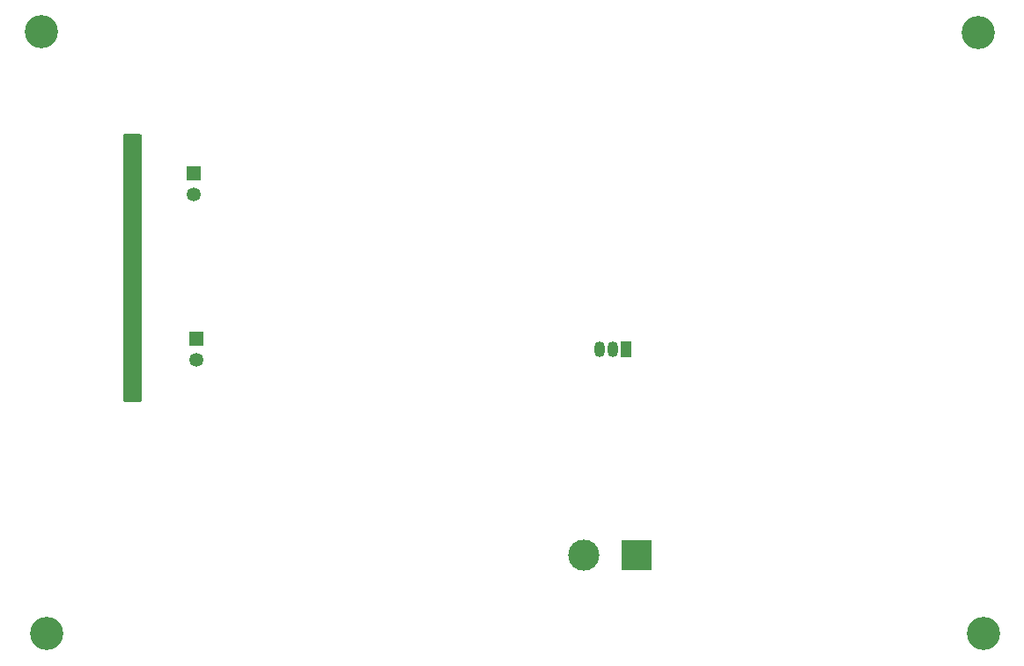
<source format=gbr>
%TF.GenerationSoftware,KiCad,Pcbnew,9.0.4*%
%TF.CreationDate,2025-09-08T12:57:20+12:00*%
%TF.ProjectId,doneIThink,646f6e65-4954-4686-996e-6b2e6b696361,rev?*%
%TF.SameCoordinates,Original*%
%TF.FileFunction,Soldermask,Bot*%
%TF.FilePolarity,Negative*%
%FSLAX46Y46*%
G04 Gerber Fmt 4.6, Leading zero omitted, Abs format (unit mm)*
G04 Created by KiCad (PCBNEW 9.0.4) date 2025-09-08 12:57:20*
%MOMM*%
%LPD*%
G01*
G04 APERTURE LIST*
%ADD10C,3.200000*%
%ADD11R,1.350000X1.350000*%
%ADD12C,1.350000*%
%ADD13R,1.050000X1.500000*%
%ADD14O,1.050000X1.500000*%
%ADD15R,3.000000X3.000000*%
%ADD16C,3.000000*%
G04 APERTURE END LIST*
D10*
%TO.C,REF\u002A\u002A*%
X256157600Y-46900000D03*
%TD*%
D11*
%TO.C,J3*%
X180970000Y-76385000D03*
D12*
X180970000Y-78385000D03*
%TD*%
D11*
%TO.C,J7*%
X180750000Y-60500000D03*
D12*
X180750000Y-62500000D03*
%TD*%
D13*
%TO.C,U1*%
X222270000Y-77390000D03*
D14*
X221000000Y-77390000D03*
X219730000Y-77390000D03*
%TD*%
D15*
%TO.C,J1*%
X223290000Y-97250000D03*
D16*
X218210000Y-97250000D03*
%TD*%
D10*
%TO.C,REF\u002A\u002A*%
X166057600Y-46870000D03*
%TD*%
%TO.C,REF\u002A\u002A*%
X166567600Y-104730000D03*
%TD*%
%TO.C,REF\u002A\u002A*%
X256667600Y-104760000D03*
%TD*%
G36*
X175680649Y-56719685D02*
G01*
X175726404Y-56772489D01*
X175737610Y-56823991D01*
X175739563Y-82325991D01*
X175719884Y-82393031D01*
X175667083Y-82438790D01*
X175615563Y-82450000D01*
X174081600Y-82450000D01*
X174014561Y-82430315D01*
X173968806Y-82377511D01*
X173957600Y-82326000D01*
X173957600Y-56824000D01*
X173977285Y-56756961D01*
X174030089Y-56711206D01*
X174081600Y-56700000D01*
X175613610Y-56700000D01*
X175680649Y-56719685D01*
G37*
M02*

</source>
